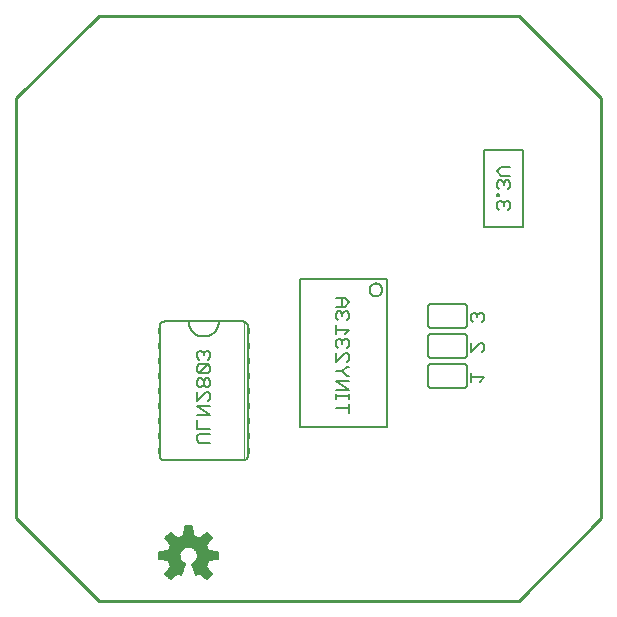
<source format=gbo>
G75*
%MOIN*%
%OFA0B0*%
%FSLAX25Y25*%
%IPPOS*%
%LPD*%
%AMOC8*
5,1,8,0,0,1.08239X$1,22.5*
%
%ADD10C,0.01000*%
%ADD11C,0.00500*%
%ADD12C,0.00600*%
%ADD13C,0.00200*%
%ADD14R,0.00500X0.02000*%
%ADD15C,0.00800*%
%ADD16C,0.00591*%
D10*
X0001500Y0029000D02*
X0001500Y0169000D01*
X0029000Y0196461D01*
X0029000Y0196500D02*
X0169000Y0196500D01*
X0196500Y0169000D01*
X0196500Y0029000D01*
X0169000Y0001500D01*
X0029000Y0001500D01*
X0001500Y0029000D01*
D11*
X0061750Y0055001D02*
X0061750Y0056502D01*
X0062501Y0057253D01*
X0066254Y0057253D01*
X0066254Y0058854D02*
X0061750Y0058854D01*
X0061750Y0061856D01*
X0061750Y0063458D02*
X0066254Y0063458D01*
X0061750Y0066460D01*
X0066254Y0066460D01*
X0065503Y0068062D02*
X0066254Y0068812D01*
X0066254Y0070314D01*
X0065503Y0071064D01*
X0064753Y0071064D01*
X0061750Y0068062D01*
X0061750Y0071064D01*
X0062501Y0072666D02*
X0063251Y0072666D01*
X0064002Y0073416D01*
X0064002Y0074918D01*
X0063251Y0075668D01*
X0062501Y0075668D01*
X0061750Y0074918D01*
X0061750Y0073416D01*
X0062501Y0072666D01*
X0064002Y0073416D02*
X0064753Y0072666D01*
X0065503Y0072666D01*
X0066254Y0073416D01*
X0066254Y0074918D01*
X0065503Y0075668D01*
X0064753Y0075668D01*
X0064002Y0074918D01*
X0062501Y0077270D02*
X0065503Y0077270D01*
X0066254Y0078020D01*
X0066254Y0079522D01*
X0065503Y0080272D01*
X0062501Y0077270D01*
X0061750Y0078020D01*
X0061750Y0079522D01*
X0062501Y0080272D01*
X0065503Y0080272D01*
X0065503Y0081874D02*
X0066254Y0082624D01*
X0066254Y0084125D01*
X0065503Y0084876D01*
X0064753Y0084876D01*
X0064002Y0084125D01*
X0063251Y0084876D01*
X0062501Y0084876D01*
X0061750Y0084125D01*
X0061750Y0082624D01*
X0062501Y0081874D01*
X0064002Y0083375D02*
X0064002Y0084125D01*
X0061750Y0055001D02*
X0062501Y0054250D01*
X0066254Y0054250D01*
X0108000Y0065751D02*
X0112504Y0065751D01*
X0112504Y0064250D02*
X0112504Y0067253D01*
X0112504Y0068854D02*
X0112504Y0070355D01*
X0112504Y0069605D02*
X0108000Y0069605D01*
X0108000Y0070355D02*
X0108000Y0068854D01*
X0108000Y0071923D02*
X0112504Y0071923D01*
X0108000Y0074926D01*
X0112504Y0074926D01*
X0112504Y0076527D02*
X0111753Y0076527D01*
X0110252Y0078028D01*
X0108000Y0078028D01*
X0110252Y0078028D02*
X0111753Y0079530D01*
X0112504Y0079530D01*
X0111753Y0081131D02*
X0112504Y0081882D01*
X0112504Y0083383D01*
X0111753Y0084134D01*
X0111003Y0084134D01*
X0108000Y0081131D01*
X0108000Y0084134D01*
X0108751Y0085735D02*
X0108000Y0086486D01*
X0108000Y0087987D01*
X0108751Y0088738D01*
X0109501Y0088738D01*
X0110252Y0087987D01*
X0110252Y0087236D01*
X0110252Y0087987D02*
X0111003Y0088738D01*
X0111753Y0088738D01*
X0112504Y0087987D01*
X0112504Y0086486D01*
X0111753Y0085735D01*
X0111003Y0090339D02*
X0112504Y0091840D01*
X0108000Y0091840D01*
X0108000Y0090339D02*
X0108000Y0093341D01*
X0108751Y0094943D02*
X0108000Y0095693D01*
X0108000Y0097195D01*
X0108751Y0097945D01*
X0109501Y0097945D01*
X0110252Y0097195D01*
X0110252Y0096444D01*
X0110252Y0097195D02*
X0111003Y0097945D01*
X0111753Y0097945D01*
X0112504Y0097195D01*
X0112504Y0095693D01*
X0111753Y0094943D01*
X0111003Y0099547D02*
X0108000Y0099547D01*
X0110252Y0099547D02*
X0110252Y0102549D01*
X0111003Y0102549D02*
X0108000Y0102549D01*
X0111003Y0102549D02*
X0112504Y0101048D01*
X0111003Y0099547D01*
X0153000Y0096700D02*
X0153000Y0095199D01*
X0153751Y0094448D01*
X0155252Y0095949D02*
X0155252Y0096700D01*
X0154501Y0097451D01*
X0153751Y0097451D01*
X0153000Y0096700D01*
X0155252Y0096700D02*
X0156003Y0097451D01*
X0156753Y0097451D01*
X0157504Y0096700D01*
X0157504Y0095199D01*
X0156753Y0094448D01*
X0156753Y0087451D02*
X0157504Y0086700D01*
X0157504Y0085199D01*
X0156753Y0084448D01*
X0156753Y0087451D02*
X0156003Y0087451D01*
X0153000Y0084448D01*
X0153000Y0087451D01*
X0153000Y0077451D02*
X0153000Y0074448D01*
X0153000Y0075949D02*
X0157504Y0075949D01*
X0156003Y0074448D01*
X0162501Y0131750D02*
X0161750Y0132501D01*
X0161750Y0134002D01*
X0162501Y0134753D01*
X0163251Y0134753D01*
X0164002Y0134002D01*
X0164002Y0133251D01*
X0164002Y0134002D02*
X0164753Y0134753D01*
X0165503Y0134753D01*
X0166254Y0134002D01*
X0166254Y0132501D01*
X0165503Y0131750D01*
X0162501Y0136354D02*
X0161750Y0136354D01*
X0161750Y0137105D01*
X0162501Y0137105D01*
X0162501Y0136354D01*
X0162501Y0138656D02*
X0161750Y0139407D01*
X0161750Y0140908D01*
X0162501Y0141658D01*
X0163251Y0141658D01*
X0164002Y0140908D01*
X0164002Y0140157D01*
X0164002Y0140908D02*
X0164753Y0141658D01*
X0165503Y0141658D01*
X0166254Y0140908D01*
X0166254Y0139407D01*
X0165503Y0138656D01*
X0166254Y0143260D02*
X0163251Y0143260D01*
X0161750Y0144761D01*
X0163251Y0146262D01*
X0166254Y0146262D01*
D12*
X0125000Y0108701D02*
X0096098Y0108701D01*
X0096098Y0059299D01*
X0125000Y0059299D01*
X0125000Y0108701D01*
X0119300Y0105200D02*
X0119302Y0105292D01*
X0119308Y0105383D01*
X0119318Y0105474D01*
X0119332Y0105565D01*
X0119350Y0105655D01*
X0119372Y0105744D01*
X0119397Y0105831D01*
X0119427Y0105918D01*
X0119460Y0106004D01*
X0119497Y0106087D01*
X0119537Y0106170D01*
X0119581Y0106250D01*
X0119629Y0106328D01*
X0119680Y0106405D01*
X0119734Y0106478D01*
X0119791Y0106550D01*
X0119852Y0106619D01*
X0119915Y0106685D01*
X0119981Y0106748D01*
X0120050Y0106809D01*
X0120122Y0106866D01*
X0120195Y0106920D01*
X0120272Y0106971D01*
X0120350Y0107019D01*
X0120430Y0107063D01*
X0120513Y0107103D01*
X0120596Y0107140D01*
X0120682Y0107173D01*
X0120769Y0107203D01*
X0120856Y0107228D01*
X0120945Y0107250D01*
X0121035Y0107268D01*
X0121126Y0107282D01*
X0121217Y0107292D01*
X0121308Y0107298D01*
X0121400Y0107300D01*
X0121492Y0107298D01*
X0121583Y0107292D01*
X0121674Y0107282D01*
X0121765Y0107268D01*
X0121855Y0107250D01*
X0121944Y0107228D01*
X0122031Y0107203D01*
X0122118Y0107173D01*
X0122204Y0107140D01*
X0122287Y0107103D01*
X0122370Y0107063D01*
X0122450Y0107019D01*
X0122528Y0106971D01*
X0122605Y0106920D01*
X0122678Y0106866D01*
X0122750Y0106809D01*
X0122819Y0106748D01*
X0122885Y0106685D01*
X0122948Y0106619D01*
X0123009Y0106550D01*
X0123066Y0106478D01*
X0123120Y0106405D01*
X0123171Y0106328D01*
X0123219Y0106250D01*
X0123263Y0106170D01*
X0123303Y0106087D01*
X0123340Y0106004D01*
X0123373Y0105918D01*
X0123403Y0105831D01*
X0123428Y0105744D01*
X0123450Y0105655D01*
X0123468Y0105565D01*
X0123482Y0105474D01*
X0123492Y0105383D01*
X0123498Y0105292D01*
X0123500Y0105200D01*
X0123498Y0105108D01*
X0123492Y0105017D01*
X0123482Y0104926D01*
X0123468Y0104835D01*
X0123450Y0104745D01*
X0123428Y0104656D01*
X0123403Y0104569D01*
X0123373Y0104482D01*
X0123340Y0104396D01*
X0123303Y0104313D01*
X0123263Y0104230D01*
X0123219Y0104150D01*
X0123171Y0104072D01*
X0123120Y0103995D01*
X0123066Y0103922D01*
X0123009Y0103850D01*
X0122948Y0103781D01*
X0122885Y0103715D01*
X0122819Y0103652D01*
X0122750Y0103591D01*
X0122678Y0103534D01*
X0122605Y0103480D01*
X0122528Y0103429D01*
X0122450Y0103381D01*
X0122370Y0103337D01*
X0122287Y0103297D01*
X0122204Y0103260D01*
X0122118Y0103227D01*
X0122031Y0103197D01*
X0121944Y0103172D01*
X0121855Y0103150D01*
X0121765Y0103132D01*
X0121674Y0103118D01*
X0121583Y0103108D01*
X0121492Y0103102D01*
X0121400Y0103100D01*
X0121308Y0103102D01*
X0121217Y0103108D01*
X0121126Y0103118D01*
X0121035Y0103132D01*
X0120945Y0103150D01*
X0120856Y0103172D01*
X0120769Y0103197D01*
X0120682Y0103227D01*
X0120596Y0103260D01*
X0120513Y0103297D01*
X0120430Y0103337D01*
X0120350Y0103381D01*
X0120272Y0103429D01*
X0120195Y0103480D01*
X0120122Y0103534D01*
X0120050Y0103591D01*
X0119981Y0103652D01*
X0119915Y0103715D01*
X0119852Y0103781D01*
X0119791Y0103850D01*
X0119734Y0103922D01*
X0119680Y0103995D01*
X0119629Y0104072D01*
X0119581Y0104150D01*
X0119537Y0104230D01*
X0119497Y0104313D01*
X0119460Y0104396D01*
X0119427Y0104482D01*
X0119397Y0104569D01*
X0119372Y0104656D01*
X0119350Y0104745D01*
X0119332Y0104835D01*
X0119318Y0104926D01*
X0119308Y0105017D01*
X0119302Y0105108D01*
X0119300Y0105200D01*
X0138750Y0099500D02*
X0138750Y0093500D01*
X0138752Y0093440D01*
X0138757Y0093379D01*
X0138766Y0093320D01*
X0138779Y0093261D01*
X0138795Y0093202D01*
X0138815Y0093145D01*
X0138838Y0093090D01*
X0138865Y0093035D01*
X0138894Y0092983D01*
X0138927Y0092932D01*
X0138963Y0092883D01*
X0139001Y0092837D01*
X0139043Y0092793D01*
X0139087Y0092751D01*
X0139133Y0092713D01*
X0139182Y0092677D01*
X0139233Y0092644D01*
X0139285Y0092615D01*
X0139340Y0092588D01*
X0139395Y0092565D01*
X0139452Y0092545D01*
X0139511Y0092529D01*
X0139570Y0092516D01*
X0139629Y0092507D01*
X0139690Y0092502D01*
X0139750Y0092500D01*
X0150750Y0092500D01*
X0150810Y0092502D01*
X0150871Y0092507D01*
X0150930Y0092516D01*
X0150989Y0092529D01*
X0151048Y0092545D01*
X0151105Y0092565D01*
X0151160Y0092588D01*
X0151215Y0092615D01*
X0151267Y0092644D01*
X0151318Y0092677D01*
X0151367Y0092713D01*
X0151413Y0092751D01*
X0151457Y0092793D01*
X0151499Y0092837D01*
X0151537Y0092883D01*
X0151573Y0092932D01*
X0151606Y0092983D01*
X0151635Y0093035D01*
X0151662Y0093090D01*
X0151685Y0093145D01*
X0151705Y0093202D01*
X0151721Y0093261D01*
X0151734Y0093320D01*
X0151743Y0093379D01*
X0151748Y0093440D01*
X0151750Y0093500D01*
X0151750Y0099500D01*
X0151748Y0099560D01*
X0151743Y0099621D01*
X0151734Y0099680D01*
X0151721Y0099739D01*
X0151705Y0099798D01*
X0151685Y0099855D01*
X0151662Y0099910D01*
X0151635Y0099965D01*
X0151606Y0100017D01*
X0151573Y0100068D01*
X0151537Y0100117D01*
X0151499Y0100163D01*
X0151457Y0100207D01*
X0151413Y0100249D01*
X0151367Y0100287D01*
X0151318Y0100323D01*
X0151267Y0100356D01*
X0151215Y0100385D01*
X0151160Y0100412D01*
X0151105Y0100435D01*
X0151048Y0100455D01*
X0150989Y0100471D01*
X0150930Y0100484D01*
X0150871Y0100493D01*
X0150810Y0100498D01*
X0150750Y0100500D01*
X0139750Y0100500D01*
X0139690Y0100498D01*
X0139629Y0100493D01*
X0139570Y0100484D01*
X0139511Y0100471D01*
X0139452Y0100455D01*
X0139395Y0100435D01*
X0139340Y0100412D01*
X0139285Y0100385D01*
X0139233Y0100356D01*
X0139182Y0100323D01*
X0139133Y0100287D01*
X0139087Y0100249D01*
X0139043Y0100207D01*
X0139001Y0100163D01*
X0138963Y0100117D01*
X0138927Y0100068D01*
X0138894Y0100017D01*
X0138865Y0099965D01*
X0138838Y0099910D01*
X0138815Y0099855D01*
X0138795Y0099798D01*
X0138779Y0099739D01*
X0138766Y0099680D01*
X0138757Y0099621D01*
X0138752Y0099560D01*
X0138750Y0099500D01*
X0139750Y0090500D02*
X0150750Y0090500D01*
X0150810Y0090498D01*
X0150871Y0090493D01*
X0150930Y0090484D01*
X0150989Y0090471D01*
X0151048Y0090455D01*
X0151105Y0090435D01*
X0151160Y0090412D01*
X0151215Y0090385D01*
X0151267Y0090356D01*
X0151318Y0090323D01*
X0151367Y0090287D01*
X0151413Y0090249D01*
X0151457Y0090207D01*
X0151499Y0090163D01*
X0151537Y0090117D01*
X0151573Y0090068D01*
X0151606Y0090017D01*
X0151635Y0089965D01*
X0151662Y0089910D01*
X0151685Y0089855D01*
X0151705Y0089798D01*
X0151721Y0089739D01*
X0151734Y0089680D01*
X0151743Y0089621D01*
X0151748Y0089560D01*
X0151750Y0089500D01*
X0151750Y0083500D01*
X0151748Y0083440D01*
X0151743Y0083379D01*
X0151734Y0083320D01*
X0151721Y0083261D01*
X0151705Y0083202D01*
X0151685Y0083145D01*
X0151662Y0083090D01*
X0151635Y0083035D01*
X0151606Y0082983D01*
X0151573Y0082932D01*
X0151537Y0082883D01*
X0151499Y0082837D01*
X0151457Y0082793D01*
X0151413Y0082751D01*
X0151367Y0082713D01*
X0151318Y0082677D01*
X0151267Y0082644D01*
X0151215Y0082615D01*
X0151160Y0082588D01*
X0151105Y0082565D01*
X0151048Y0082545D01*
X0150989Y0082529D01*
X0150930Y0082516D01*
X0150871Y0082507D01*
X0150810Y0082502D01*
X0150750Y0082500D01*
X0139750Y0082500D01*
X0139690Y0082502D01*
X0139629Y0082507D01*
X0139570Y0082516D01*
X0139511Y0082529D01*
X0139452Y0082545D01*
X0139395Y0082565D01*
X0139340Y0082588D01*
X0139285Y0082615D01*
X0139233Y0082644D01*
X0139182Y0082677D01*
X0139133Y0082713D01*
X0139087Y0082751D01*
X0139043Y0082793D01*
X0139001Y0082837D01*
X0138963Y0082883D01*
X0138927Y0082932D01*
X0138894Y0082983D01*
X0138865Y0083035D01*
X0138838Y0083090D01*
X0138815Y0083145D01*
X0138795Y0083202D01*
X0138779Y0083261D01*
X0138766Y0083320D01*
X0138757Y0083379D01*
X0138752Y0083440D01*
X0138750Y0083500D01*
X0138750Y0089500D01*
X0138752Y0089560D01*
X0138757Y0089621D01*
X0138766Y0089680D01*
X0138779Y0089739D01*
X0138795Y0089798D01*
X0138815Y0089855D01*
X0138838Y0089910D01*
X0138865Y0089965D01*
X0138894Y0090017D01*
X0138927Y0090068D01*
X0138963Y0090117D01*
X0139001Y0090163D01*
X0139043Y0090207D01*
X0139087Y0090249D01*
X0139133Y0090287D01*
X0139182Y0090323D01*
X0139233Y0090356D01*
X0139285Y0090385D01*
X0139340Y0090412D01*
X0139395Y0090435D01*
X0139452Y0090455D01*
X0139511Y0090471D01*
X0139570Y0090484D01*
X0139629Y0090493D01*
X0139690Y0090498D01*
X0139750Y0090500D01*
X0139750Y0080500D02*
X0150750Y0080500D01*
X0150810Y0080498D01*
X0150871Y0080493D01*
X0150930Y0080484D01*
X0150989Y0080471D01*
X0151048Y0080455D01*
X0151105Y0080435D01*
X0151160Y0080412D01*
X0151215Y0080385D01*
X0151267Y0080356D01*
X0151318Y0080323D01*
X0151367Y0080287D01*
X0151413Y0080249D01*
X0151457Y0080207D01*
X0151499Y0080163D01*
X0151537Y0080117D01*
X0151573Y0080068D01*
X0151606Y0080017D01*
X0151635Y0079965D01*
X0151662Y0079910D01*
X0151685Y0079855D01*
X0151705Y0079798D01*
X0151721Y0079739D01*
X0151734Y0079680D01*
X0151743Y0079621D01*
X0151748Y0079560D01*
X0151750Y0079500D01*
X0151750Y0073500D01*
X0151748Y0073440D01*
X0151743Y0073379D01*
X0151734Y0073320D01*
X0151721Y0073261D01*
X0151705Y0073202D01*
X0151685Y0073145D01*
X0151662Y0073090D01*
X0151635Y0073035D01*
X0151606Y0072983D01*
X0151573Y0072932D01*
X0151537Y0072883D01*
X0151499Y0072837D01*
X0151457Y0072793D01*
X0151413Y0072751D01*
X0151367Y0072713D01*
X0151318Y0072677D01*
X0151267Y0072644D01*
X0151215Y0072615D01*
X0151160Y0072588D01*
X0151105Y0072565D01*
X0151048Y0072545D01*
X0150989Y0072529D01*
X0150930Y0072516D01*
X0150871Y0072507D01*
X0150810Y0072502D01*
X0150750Y0072500D01*
X0139750Y0072500D01*
X0139690Y0072502D01*
X0139629Y0072507D01*
X0139570Y0072516D01*
X0139511Y0072529D01*
X0139452Y0072545D01*
X0139395Y0072565D01*
X0139340Y0072588D01*
X0139285Y0072615D01*
X0139233Y0072644D01*
X0139182Y0072677D01*
X0139133Y0072713D01*
X0139087Y0072751D01*
X0139043Y0072793D01*
X0139001Y0072837D01*
X0138963Y0072883D01*
X0138927Y0072932D01*
X0138894Y0072983D01*
X0138865Y0073035D01*
X0138838Y0073090D01*
X0138815Y0073145D01*
X0138795Y0073202D01*
X0138779Y0073261D01*
X0138766Y0073320D01*
X0138757Y0073379D01*
X0138752Y0073440D01*
X0138750Y0073500D01*
X0138750Y0079500D01*
X0138752Y0079560D01*
X0138757Y0079621D01*
X0138766Y0079680D01*
X0138779Y0079739D01*
X0138795Y0079798D01*
X0138815Y0079855D01*
X0138838Y0079910D01*
X0138865Y0079965D01*
X0138894Y0080017D01*
X0138927Y0080068D01*
X0138963Y0080117D01*
X0139001Y0080163D01*
X0139043Y0080207D01*
X0139087Y0080249D01*
X0139133Y0080287D01*
X0139182Y0080323D01*
X0139233Y0080356D01*
X0139285Y0080385D01*
X0139340Y0080412D01*
X0139395Y0080435D01*
X0139452Y0080455D01*
X0139511Y0080471D01*
X0139570Y0080484D01*
X0139629Y0080493D01*
X0139690Y0080498D01*
X0139750Y0080500D01*
X0078700Y0093100D02*
X0078700Y0049900D01*
X0078698Y0049824D01*
X0078692Y0049748D01*
X0078683Y0049673D01*
X0078669Y0049598D01*
X0078652Y0049524D01*
X0078631Y0049451D01*
X0078607Y0049379D01*
X0078578Y0049308D01*
X0078547Y0049239D01*
X0078512Y0049172D01*
X0078473Y0049107D01*
X0078431Y0049043D01*
X0078386Y0048982D01*
X0078338Y0048923D01*
X0078287Y0048867D01*
X0078233Y0048813D01*
X0078177Y0048762D01*
X0078118Y0048714D01*
X0078057Y0048669D01*
X0077993Y0048627D01*
X0077928Y0048588D01*
X0077861Y0048553D01*
X0077792Y0048522D01*
X0077721Y0048493D01*
X0077649Y0048469D01*
X0077576Y0048448D01*
X0077502Y0048431D01*
X0077427Y0048417D01*
X0077352Y0048408D01*
X0077276Y0048402D01*
X0077200Y0048400D01*
X0050800Y0048400D01*
X0050724Y0048402D01*
X0050648Y0048408D01*
X0050573Y0048417D01*
X0050498Y0048431D01*
X0050424Y0048448D01*
X0050351Y0048469D01*
X0050279Y0048493D01*
X0050208Y0048522D01*
X0050139Y0048553D01*
X0050072Y0048588D01*
X0050007Y0048627D01*
X0049943Y0048669D01*
X0049882Y0048714D01*
X0049823Y0048762D01*
X0049767Y0048813D01*
X0049713Y0048867D01*
X0049662Y0048923D01*
X0049614Y0048982D01*
X0049569Y0049043D01*
X0049527Y0049107D01*
X0049488Y0049172D01*
X0049453Y0049239D01*
X0049422Y0049308D01*
X0049393Y0049379D01*
X0049369Y0049451D01*
X0049348Y0049524D01*
X0049331Y0049598D01*
X0049317Y0049673D01*
X0049308Y0049748D01*
X0049302Y0049824D01*
X0049300Y0049900D01*
X0049300Y0093100D01*
X0049302Y0093176D01*
X0049308Y0093252D01*
X0049317Y0093327D01*
X0049331Y0093402D01*
X0049348Y0093476D01*
X0049369Y0093549D01*
X0049393Y0093621D01*
X0049422Y0093692D01*
X0049453Y0093761D01*
X0049488Y0093828D01*
X0049527Y0093893D01*
X0049569Y0093957D01*
X0049614Y0094018D01*
X0049662Y0094077D01*
X0049713Y0094133D01*
X0049767Y0094187D01*
X0049823Y0094238D01*
X0049882Y0094286D01*
X0049943Y0094331D01*
X0050007Y0094373D01*
X0050072Y0094412D01*
X0050139Y0094447D01*
X0050208Y0094478D01*
X0050279Y0094507D01*
X0050351Y0094531D01*
X0050424Y0094552D01*
X0050498Y0094569D01*
X0050573Y0094583D01*
X0050648Y0094592D01*
X0050724Y0094598D01*
X0050800Y0094600D01*
X0077200Y0094600D01*
X0077276Y0094598D01*
X0077352Y0094592D01*
X0077427Y0094583D01*
X0077502Y0094569D01*
X0077576Y0094552D01*
X0077649Y0094531D01*
X0077721Y0094507D01*
X0077792Y0094478D01*
X0077861Y0094447D01*
X0077928Y0094412D01*
X0077993Y0094373D01*
X0078057Y0094331D01*
X0078118Y0094286D01*
X0078177Y0094238D01*
X0078233Y0094187D01*
X0078287Y0094133D01*
X0078338Y0094077D01*
X0078386Y0094018D01*
X0078431Y0093957D01*
X0078473Y0093893D01*
X0078512Y0093828D01*
X0078547Y0093761D01*
X0078578Y0093692D01*
X0078607Y0093621D01*
X0078631Y0093549D01*
X0078652Y0093476D01*
X0078669Y0093402D01*
X0078683Y0093327D01*
X0078692Y0093252D01*
X0078698Y0093176D01*
X0078700Y0093100D01*
X0069000Y0094600D02*
X0068998Y0094460D01*
X0068992Y0094320D01*
X0068982Y0094180D01*
X0068969Y0094040D01*
X0068951Y0093901D01*
X0068929Y0093762D01*
X0068904Y0093625D01*
X0068875Y0093487D01*
X0068842Y0093351D01*
X0068805Y0093216D01*
X0068764Y0093082D01*
X0068719Y0092949D01*
X0068671Y0092817D01*
X0068619Y0092687D01*
X0068564Y0092558D01*
X0068505Y0092431D01*
X0068442Y0092305D01*
X0068376Y0092181D01*
X0068307Y0092060D01*
X0068234Y0091940D01*
X0068157Y0091822D01*
X0068078Y0091707D01*
X0067995Y0091593D01*
X0067909Y0091483D01*
X0067820Y0091374D01*
X0067728Y0091268D01*
X0067633Y0091165D01*
X0067536Y0091064D01*
X0067435Y0090967D01*
X0067332Y0090872D01*
X0067226Y0090780D01*
X0067117Y0090691D01*
X0067007Y0090605D01*
X0066893Y0090522D01*
X0066778Y0090443D01*
X0066660Y0090366D01*
X0066540Y0090293D01*
X0066419Y0090224D01*
X0066295Y0090158D01*
X0066169Y0090095D01*
X0066042Y0090036D01*
X0065913Y0089981D01*
X0065783Y0089929D01*
X0065651Y0089881D01*
X0065518Y0089836D01*
X0065384Y0089795D01*
X0065249Y0089758D01*
X0065113Y0089725D01*
X0064975Y0089696D01*
X0064838Y0089671D01*
X0064699Y0089649D01*
X0064560Y0089631D01*
X0064420Y0089618D01*
X0064280Y0089608D01*
X0064140Y0089602D01*
X0064000Y0089600D01*
X0063860Y0089602D01*
X0063720Y0089608D01*
X0063580Y0089618D01*
X0063440Y0089631D01*
X0063301Y0089649D01*
X0063162Y0089671D01*
X0063025Y0089696D01*
X0062887Y0089725D01*
X0062751Y0089758D01*
X0062616Y0089795D01*
X0062482Y0089836D01*
X0062349Y0089881D01*
X0062217Y0089929D01*
X0062087Y0089981D01*
X0061958Y0090036D01*
X0061831Y0090095D01*
X0061705Y0090158D01*
X0061581Y0090224D01*
X0061460Y0090293D01*
X0061340Y0090366D01*
X0061222Y0090443D01*
X0061107Y0090522D01*
X0060993Y0090605D01*
X0060883Y0090691D01*
X0060774Y0090780D01*
X0060668Y0090872D01*
X0060565Y0090967D01*
X0060464Y0091064D01*
X0060367Y0091165D01*
X0060272Y0091268D01*
X0060180Y0091374D01*
X0060091Y0091483D01*
X0060005Y0091593D01*
X0059922Y0091707D01*
X0059843Y0091822D01*
X0059766Y0091940D01*
X0059693Y0092060D01*
X0059624Y0092181D01*
X0059558Y0092305D01*
X0059495Y0092431D01*
X0059436Y0092558D01*
X0059381Y0092687D01*
X0059329Y0092817D01*
X0059281Y0092949D01*
X0059236Y0093082D01*
X0059195Y0093216D01*
X0059158Y0093351D01*
X0059125Y0093487D01*
X0059096Y0093625D01*
X0059071Y0093762D01*
X0059049Y0093901D01*
X0059031Y0094040D01*
X0059018Y0094180D01*
X0059008Y0094320D01*
X0059002Y0094460D01*
X0059000Y0094600D01*
D13*
X0077300Y0094500D02*
X0077300Y0048500D01*
D14*
X0078950Y0051500D03*
X0078950Y0056500D03*
X0078950Y0061500D03*
X0078950Y0066500D03*
X0078950Y0071500D03*
X0078950Y0076500D03*
X0078950Y0081500D03*
X0078950Y0086500D03*
X0078950Y0091500D03*
X0049050Y0091500D03*
X0049050Y0086500D03*
X0049050Y0081500D03*
X0049050Y0076500D03*
X0049050Y0071500D03*
X0049050Y0066500D03*
X0049050Y0061500D03*
X0049050Y0056500D03*
X0049050Y0051500D03*
D15*
X0157500Y0126100D02*
X0170500Y0126100D01*
X0170500Y0151900D01*
X0157500Y0151900D01*
X0157500Y0126100D01*
D16*
X0060200Y0026269D02*
X0057800Y0026269D01*
X0057478Y0023093D01*
X0056411Y0022752D01*
X0055414Y0022239D01*
X0052940Y0024256D01*
X0051244Y0022560D01*
X0053261Y0020086D01*
X0052748Y0019089D01*
X0052407Y0018022D01*
X0049231Y0017700D01*
X0049231Y0015300D01*
X0052407Y0014978D01*
X0052748Y0013911D01*
X0053261Y0012914D01*
X0051244Y0010440D01*
X0052940Y0008744D01*
X0055414Y0010761D01*
X0056410Y0010248D01*
X0057823Y0013658D01*
X0057267Y0013959D01*
X0056785Y0014366D01*
X0056396Y0014864D01*
X0056116Y0015430D01*
X0055958Y0016042D01*
X0055929Y0016673D01*
X0056029Y0017296D01*
X0056254Y0017886D01*
X0056595Y0018418D01*
X0057038Y0018869D01*
X0057563Y0019220D01*
X0058149Y0019456D01*
X0058770Y0019567D01*
X0059402Y0019550D01*
X0060016Y0019403D01*
X0060588Y0019135D01*
X0061092Y0018755D01*
X0061509Y0018280D01*
X0061819Y0017730D01*
X0062011Y0017128D01*
X0062076Y0016500D01*
X0062017Y0015900D01*
X0061842Y0015323D01*
X0061558Y0014791D01*
X0061175Y0014325D01*
X0060709Y0013942D01*
X0060177Y0013658D01*
X0061590Y0010248D01*
X0062586Y0010761D01*
X0065060Y0008744D01*
X0066756Y0010440D01*
X0064739Y0012914D01*
X0065252Y0013911D01*
X0065593Y0014978D01*
X0068769Y0015300D01*
X0068769Y0017700D01*
X0065593Y0018022D01*
X0065252Y0019089D01*
X0064739Y0020086D01*
X0066756Y0022560D01*
X0065060Y0024256D01*
X0062586Y0022239D01*
X0061589Y0022752D01*
X0060522Y0023093D01*
X0060200Y0026269D01*
X0060203Y0026241D02*
X0057797Y0026241D01*
X0057738Y0025652D02*
X0060262Y0025652D01*
X0060322Y0025062D02*
X0057678Y0025062D01*
X0057618Y0024473D02*
X0060382Y0024473D01*
X0060442Y0023884D02*
X0057558Y0023884D01*
X0057498Y0023295D02*
X0060502Y0023295D01*
X0061678Y0022706D02*
X0056322Y0022706D01*
X0054841Y0022706D02*
X0051391Y0022706D01*
X0051605Y0022117D02*
X0066395Y0022117D01*
X0066609Y0022706D02*
X0063159Y0022706D01*
X0063882Y0023295D02*
X0066020Y0023295D01*
X0065431Y0023884D02*
X0064604Y0023884D01*
X0065915Y0021528D02*
X0052085Y0021528D01*
X0052566Y0020939D02*
X0065434Y0020939D01*
X0064954Y0020350D02*
X0053046Y0020350D01*
X0053094Y0019761D02*
X0064906Y0019761D01*
X0065209Y0019172D02*
X0060508Y0019172D01*
X0061243Y0018583D02*
X0065414Y0018583D01*
X0065872Y0017994D02*
X0061670Y0017994D01*
X0061923Y0017405D02*
X0068769Y0017405D01*
X0068769Y0016816D02*
X0062043Y0016816D01*
X0062049Y0016227D02*
X0068769Y0016227D01*
X0068769Y0015637D02*
X0061937Y0015637D01*
X0061695Y0015048D02*
X0066288Y0015048D01*
X0065427Y0014459D02*
X0061285Y0014459D01*
X0060574Y0013870D02*
X0065231Y0013870D01*
X0064928Y0013281D02*
X0060333Y0013281D01*
X0060577Y0012692D02*
X0064920Y0012692D01*
X0065400Y0012103D02*
X0060821Y0012103D01*
X0061065Y0011514D02*
X0065880Y0011514D01*
X0066361Y0010925D02*
X0061309Y0010925D01*
X0061553Y0010336D02*
X0061760Y0010336D01*
X0063108Y0010336D02*
X0066652Y0010336D01*
X0066063Y0009747D02*
X0063830Y0009747D01*
X0064552Y0009158D02*
X0065474Y0009158D01*
X0057423Y0012692D02*
X0053080Y0012692D01*
X0053072Y0013281D02*
X0057667Y0013281D01*
X0057431Y0013870D02*
X0052769Y0013870D01*
X0052573Y0014459D02*
X0056712Y0014459D01*
X0056304Y0015048D02*
X0051712Y0015048D01*
X0049231Y0015637D02*
X0056063Y0015637D01*
X0055950Y0016227D02*
X0049231Y0016227D01*
X0049231Y0016816D02*
X0055952Y0016816D01*
X0056070Y0017405D02*
X0049231Y0017405D01*
X0052128Y0017994D02*
X0056323Y0017994D01*
X0056757Y0018583D02*
X0052586Y0018583D01*
X0052791Y0019172D02*
X0057492Y0019172D01*
X0054118Y0023295D02*
X0051980Y0023295D01*
X0052569Y0023884D02*
X0053396Y0023884D01*
X0052600Y0012103D02*
X0057179Y0012103D01*
X0056935Y0011514D02*
X0052120Y0011514D01*
X0051639Y0010925D02*
X0056691Y0010925D01*
X0056447Y0010336D02*
X0056240Y0010336D01*
X0054892Y0010336D02*
X0051348Y0010336D01*
X0051937Y0009747D02*
X0054170Y0009747D01*
X0053448Y0009158D02*
X0052526Y0009158D01*
M02*

</source>
